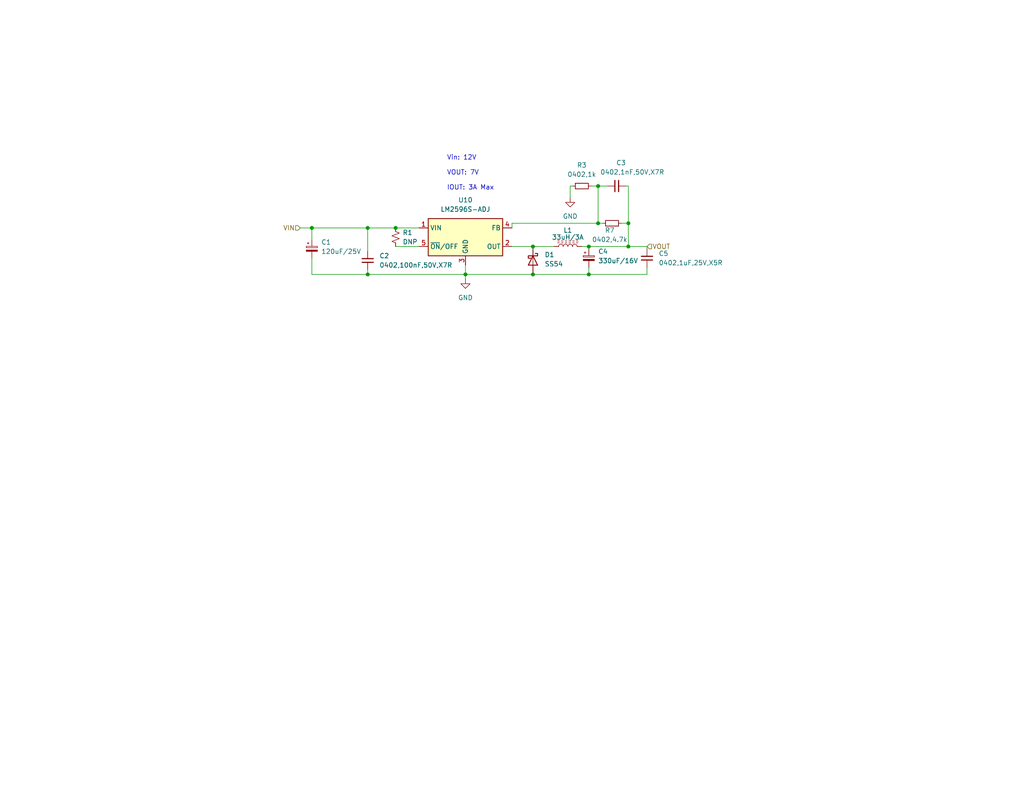
<source format=kicad_sch>
(kicad_sch (version 20211123) (generator eeschema)
  (paper "USLetter")
  (title_block (date "2023-02-08") (rev "A01"))
  (lib_symbols
    (symbol "Device:C_Polarized_Small" (pin_numbers hide) (pin_names (offset 0.254) hide)
      (property "Reference" "C" (at 0.254 1.778 0))
      (property "Value" "C_Polarized_Small" (at 0.254 -2.032 0))
      (symbol "C_Polarized_Small_0_1"
        (rectangle (start -1.524 -0.3048) (end 1.524 -0.6858) (fill (type outline)))
        (rectangle (start -1.524 0.6858) (end 1.524 0.3048))
        (polyline (pts (xy -1.27 1.524) (xy -0.762 1.524)))
        (polyline (pts (xy -1.016 1.27) (xy -1.016 1.778)))
      )
      (symbol "C_Polarized_Small_1_1"
        (pin passive line (at 0 2.54 270) (length 1.8542) (name "~") (number "1"))
        (pin passive line (at 0 -2.54 90) (length 1.8542) (name "~") (number "2"))
      )
    )
    (symbol "Device:D_Schottky" (pin_numbers hide) (pin_names (offset 1.016) hide)
      (property "Reference" "D" (at 0 2.54 0))
      (property "Value" "D_Schottky" (at 0 -2.54 0))
      (symbol "D_Schottky_0_1"
        (polyline (pts (xy 1.27 0) (xy -1.27 0)))
        (polyline (pts (xy 1.27 1.27) (xy 1.27 -1.27) (xy -1.27 0) (xy 1.27 1.27)) (stroke (width 0.254)))
        (polyline (pts (xy -1.905 0.635) (xy -1.905 1.27) (xy -1.27 1.27) (xy -1.27 -1.27) (xy -0.635 -1.27) (xy -0.635 -0.635)) (stroke (width 0.254)))
      )
      (symbol "D_Schottky_1_1"
        (pin passive line (at -3.81 0 0) (length 2.54) (name "K") (number "1"))
        (pin passive line (at 3.81 0 180) (length 2.54) (name "A") (number "2"))
      )
    )
    (symbol "Device:L_Ferrite" (pin_numbers hide) (pin_names (offset 1.016) hide)
      (property "Reference" "L" (at -1.27 0 90))
      (property "Value" "L_Ferrite" (at 2.794 0 90))
      (symbol "L_Ferrite_0_1"
        (arc (start 0 -2.54) (mid 0.635 -1.905) (end 0 -1.27))
        (arc (start 0 -1.27) (mid 0.635 -0.635) (end 0 0))
        (polyline (pts (xy 1.016 -2.794) (xy 1.016 -2.286)))
        (polyline (pts (xy 1.016 -1.778) (xy 1.016 -1.27)))
        (polyline (pts (xy 1.016 -0.762) (xy 1.016 -0.254)))
        (polyline (pts (xy 1.016 0.254) (xy 1.016 0.762)))
        (polyline (pts (xy 1.016 1.27) (xy 1.016 1.778)))
        (polyline (pts (xy 1.016 2.286) (xy 1.016 2.794)))
        (polyline (pts (xy 1.524 -2.286) (xy 1.524 -2.794)))
        (polyline (pts (xy 1.524 -1.27) (xy 1.524 -1.778)))
        (polyline (pts (xy 1.524 -0.254) (xy 1.524 -0.762)))
        (polyline (pts (xy 1.524 0.762) (xy 1.524 0.254)))
        (polyline (pts (xy 1.524 1.778) (xy 1.524 1.27)))
        (polyline (pts (xy 1.524 2.794) (xy 1.524 2.286)))
        (arc (start 0 0) (mid 0.635 0.635) (end 0 1.27))
        (arc (start 0 1.27) (mid 0.635 1.905) (end 0 2.54))
      )
      (symbol "L_Ferrite_1_1"
        (pin passive line (at 0 3.81 270) (length 1.27) (name "1") (number "1"))
        (pin passive line (at 0 -3.81 90) (length 1.27) (name "2") (number "2"))
      )
    )
    (symbol "Device:R_Small_US" (pin_numbers hide) (pin_names (offset 0.254) hide)
      (property "Reference" "R" (at 0.762 0.508 0))
      (property "Value" "R_Small_US" (at 0.762 -1.016 0))
      (symbol "R_Small_US_1_1"
        (polyline (pts (xy 0 0) (xy 1.016 -0.381) (xy 0 -0.762) (xy -1.016 -1.143) (xy 0 -1.524)))
        (polyline (pts (xy 0 1.524) (xy 1.016 1.143) (xy 0 0.762) (xy -1.016 0.381) (xy 0 0)))
        (pin passive line (at 0 2.54 270) (length 1.016) (name "~") (number "1"))
        (pin passive line (at 0 -2.54 90) (length 1.016) (name "~") (number "2"))
      )
    )
    (symbol "Regulator_Switching:LM2596S-ADJ"
      (property "Reference" "U" (at -10.16 6.35 0))
      (property "Value" "LM2596S-ADJ" (at 0 6.35 0))
      (symbol "LM2596S-ADJ_0_1"
        (rectangle (start -10.16 5.08) (end 10.16 -5.08) (stroke (width 0.254)) (fill (type background)))
      )
      (symbol "LM2596S-ADJ_1_1"
        (pin power_in line (at -12.7 2.54 0) (length 2.54) (name "VIN") (number "1"))
        (pin output line (at 12.7 -2.54 180) (length 2.54) (name "OUT") (number "2"))
        (pin power_in line (at 0 -7.62 90) (length 2.54) (name "GND") (number "3"))
        (pin input line (at 12.7 2.54 180) (length 2.54) (name "FB") (number "4"))
        (pin input line (at -12.7 -2.54 0) (length 2.54) (name "~{ON}/OFF") (number "5"))
      )
    )
    (symbol "jlcpcb-basic-capacitor:0402,100nF,50V,X7R "
      (property "Reference" "C" (at 1.71 0.508 0))
      (property "Value" "0402,100nF,50V,X7R " (at 1.71 -1.016 0))
      (symbol "0402,100nF,50V,X7R _0_0"
        (polyline (pts (xy -1.524 -0.508) (xy 1.524 -0.508)) (stroke (width 0.3048)))
        (polyline (pts (xy -1.524 0.508) (xy 1.524 0.508)) (stroke (width 0.3048)))
        (pin passive line (at 0 2.54 270) (length 2.032) (name "~") (number "1"))
        (pin passive line (at 0 -2.54 90) (length 2.032) (name "~") (number "2"))
      )
    )
    (symbol "jlcpcb-basic-capacitor:0402,1nF,50V,X7R "
      (property "Reference" "C" (at 1.71 0.508 0))
      (property "Value" "0402,1nF,50V,X7R " (at 1.71 -1.016 0))
      (symbol "0402,1nF,50V,X7R _0_0"
        (polyline (pts (xy -1.524 -0.508) (xy 1.524 -0.508)) (stroke (width 0.3048)))
        (polyline (pts (xy -1.524 0.508) (xy 1.524 0.508)) (stroke (width 0.3048)))
        (pin passive line (at 0 2.54 270) (length 2.032) (name "~") (number "1"))
        (pin passive line (at 0 -2.54 90) (length 2.032) (name "~") (number "2"))
      )
    )
    (symbol "jlcpcb-basic-capacitor:0402,1uF,25V,X5R "
      (property "Reference" "C" (at 1.71 0.508 0))
      (property "Value" "0402,1uF,25V,X5R " (at 1.71 -1.016 0))
      (symbol "0402,1uF,25V,X5R _0_0"
        (polyline (pts (xy -1.524 -0.508) (xy 1.524 -0.508)) (stroke (width 0.3048)))
        (polyline (pts (xy -1.524 0.508) (xy 1.524 0.508)) (stroke (width 0.3048)))
        (pin passive line (at 0 2.54 270) (length 2.032) (name "~") (number "1"))
        (pin passive line (at 0 -2.54 90) (length 2.032) (name "~") (number "2"))
      )
    )
    (symbol "jlcpcb-basic-resistor:0402,1k"
      (property "Reference" "R" (at 0.762 0.508 0))
      (property "Value" "0402,1k" (at 0.762 -1.016 0))
      (symbol "0402,1k_0_0"
        (rectangle (start -0.762 1.778) (end 0.762 -1.778) (stroke (width 0.2032)))
        (pin passive line (at 0 2.54 270) (length 0.762) (name "~") (number "1"))
        (pin passive line (at 0 -2.54 90) (length 0.762) (name "~") (number "2"))
      )
    )
    (symbol "jlcpcb-basic-resistor:0402,4.7k"
      (property "Reference" "R" (at 0.762 0.508 0))
      (property "Value" "0402,4.7k" (at 0.762 -1.016 0))
      (symbol "0402,4.7k_0_0"
        (rectangle (start -0.762 1.778) (end 0.762 -1.778) (stroke (width 0.2032)))
        (pin passive line (at 0 2.54 270) (length 0.762) (name "~") (number "1"))
        (pin passive line (at 0 -2.54 90) (length 0.762) (name "~") (number "2"))
      )
    )
    (symbol "power:GND" (power) (pin_names (offset 0))
      (property "Value" "GND" (at 0 -3.81 0))
      (symbol "GND_0_1"
        (polyline (pts (xy 0 0) (xy 0 -1.27) (xy 1.27 -1.27) (xy 0 -2.54) (xy -1.27 -1.27) (xy 0 -1.27)))
      )
      (symbol "GND_1_1"
        (pin power_in line (at 0 0 270) (length 0) hide (name "GND") (number "1"))
      )
    )
  )
  (junction (at 171.45 60.96))
  (junction (at 171.45 67.31))
  (junction (at 145.415 74.93))
  (junction (at 127 74.93))
  (junction (at 160.655 74.93))
  (junction (at 85.09 62.23))
  (junction (at 107.95 62.23))
  (junction (at 163.195 50.8))
  (junction (at 163.195 60.96))
  (junction (at 100.33 74.93))
  (junction (at 145.415 67.31))
  (junction (at 100.33 62.23))
  (junction (at 160.655 67.31))
  (wire (pts (xy 160.655 74.93) (xy 145.415 74.93)))
  (wire (pts (xy 160.655 73.025) (xy 160.655 74.93)))
  (wire (pts (xy 176.53 67.945) (xy 176.53 67.31)))
  (wire (pts (xy 100.33 73.66) (xy 100.33 74.93)))
  (wire (pts (xy 163.195 60.96) (xy 139.7 60.96)))
  (wire (pts (xy 171.45 60.96) (xy 171.45 67.31)))
  (wire (pts (xy 163.195 50.8) (xy 163.195 60.96)))
  (wire (pts (xy 160.655 67.945) (xy 160.655 67.31)))
  (wire (pts (xy 85.09 65.405) (xy 85.09 62.23)))
  (wire (pts (xy 85.09 70.485) (xy 85.09 74.93)))
  (wire (pts (xy 127 72.39) (xy 127 74.93)))
  (wire (pts (xy 145.415 67.31) (xy 139.7 67.31)))
  (wire (pts (xy 164.465 60.96) (xy 163.195 60.96)))
  (wire (pts (xy 161.29 50.8) (xy 163.195 50.8)))
  (wire (pts (xy 85.09 74.93) (xy 100.33 74.93)))
  (wire (pts (xy 145.415 74.93) (xy 127 74.93)))
  (wire (pts (xy 139.7 60.96) (xy 139.7 62.23)))
  (wire (pts (xy 156.21 50.8) (xy 155.575 50.8)))
  (wire (pts (xy 127 74.93) (xy 127 76.2)))
  (wire (pts (xy 163.195 50.8) (xy 165.735 50.8)))
  (wire (pts (xy 160.655 67.31) (xy 158.75 67.31)))
  (wire (pts (xy 85.09 62.23) (xy 100.33 62.23)))
  (wire (pts (xy 171.45 50.8) (xy 171.45 60.96)))
  (wire (pts (xy 100.33 74.93) (xy 127 74.93)))
  (wire (pts (xy 176.53 74.93) (xy 160.655 74.93)))
  (wire (pts (xy 107.95 67.31) (xy 114.3 67.31)))
  (wire (pts (xy 160.655 67.31) (xy 171.45 67.31)))
  (wire (pts (xy 100.33 62.23) (xy 100.33 68.58)))
  (wire (pts (xy 171.45 67.31) (xy 176.53 67.31)))
  (wire (pts (xy 151.13 67.31) (xy 145.415 67.31)))
  (wire (pts (xy 176.53 73.025) (xy 176.53 74.93)))
  (wire (pts (xy 100.33 62.23) (xy 107.95 62.23)))
  (wire (pts (xy 155.575 50.8) (xy 155.575 53.975)))
  (wire (pts (xy 170.815 50.8) (xy 171.45 50.8)))
  (wire (pts (xy 169.545 60.96) (xy 171.45 60.96)))
  (wire (pts (xy 81.915 62.23) (xy 85.09 62.23)))
  (wire (pts (xy 107.95 62.23) (xy 114.3 62.23)))
  (text "Vin: 12V \n\nVOUT: 7V\n\nIOUT: 3A Max" (at 121.92 52.07 0) (effects (font (size 1.27 1.27)) (justify left bottom)))
  (hierarchical_label "VOUT" (shape input) (at 176.53 67.31 0))
  (hierarchical_label "VIN" (shape input) (at 81.915 62.23 180))
  (symbol (lib_id "Regulator_Switching:LM2596S-ADJ") (at 127 64.77 0) (unit 1)
    (property "Reference" "U10" (at 127 54.6101 0))
    (property "Value" "LM2596S-ADJ" (at 127 57.1501 0))
    (property "Footprint" "Package_TO_SOT_SMD:TO-263-5_TabPin3" (effects hide))
    (property "Datasheet" "http://www.ti.com/lit/ds/symlink/lm2596.pdf" (effects hide))
    (property "Digikey" "4518-LM2596S-ADJCT-ND" (effects hide))
    (property "MFGPN" "LM2596S-ADJ" (effects hide))
  )
  (symbol (lib_id "Device:D_Schottky") (at 145.415 71.12 270) (unit 1)
    (property "Reference" "D1" (at 148.59 69.5324 90) (effects (justify left)))
    (property "Value" "SS54" (at 148.59 72.0724 90) (effects (justify left)))
    (property "Footprint" "Diode_SMD:D_SMA" (effects hide))
    (property "LCSC" "C22452" (effects hide))
  )
  (symbol (lib_id "Device:R_Small_US") (at 107.95 64.77 180) (unit 1)
    (property "Reference" "R1" (at 109.855 63.4999 0) (effects (justify right)))
    (property "Value" "DNP" (at 109.855 66.0399 0) (effects (justify right)))
    (property "Footprint" "Resistor_SMD:R_0402_1005Metric" (effects hide))
  )
  (symbol (lib_id "jlcpcb-basic-resistor:0402,1k") (at 158.75 50.8 90) (unit 1)
    (property "Reference" "R3" (at 158.75 45.085 90))
    (property "Value" "0402,1k" (at 158.75 47.625 90))
    (property "Footprint" "R_0402_1005Metric" (effects hide))
    (property "Datasheet" "https://datasheet.lcsc.com/lcsc/2110251730_UNI-ROYAL-Uniroyal-Elec-0402WGF1001TCE_C11702.pdf" (effects hide))
    (property "LCSC" "C11702" (effects hide))
    (property "MFG" "UNI-ROYAL(Uniroyal Elec)" (effects hide))
    (property "MFGPN" "0402WGF1001TCE" (effects hide))
  )
  (symbol (lib_id "power:GND") (at 155.575 53.975 0) (unit 1)
    (property "Reference" "#PWR0130" (effects hide))
    (property "Value" "GND" (at 155.575 59.055 0))
  )
  (symbol (lib_id "jlcpcb-basic-capacitor:0402,100nF,50V,X7R ") (at 100.33 71.12 0) (unit 1)
    (property "Reference" "C2" (at 103.505 69.8499 0) (effects (justify left)))
    (property "Value" "0402,100nF,50V,X7R " (at 103.505 72.3899 0) (effects (justify left)))
    (property "Footprint" "C_0402_1005Metric" (effects hide))
    (property "Datasheet" "https://datasheet.lcsc.com/lcsc/1810191222_Samsung-Electro-Mechanics-CL05B104KB54PNC_C307331.pdf" (effects hide))
    (property "LCSC" "C307331" (effects hide))
    (property "MFG" "Samsung Electro-Mechanics" (effects hide))
    (property "MFGPN" "CL05B104KB54PNC" (effects hide))
  )
  (symbol (lib_id "jlcpcb-basic-capacitor:0402,1nF,50V,X7R ") (at 168.275 50.8 90) (unit 1)
    (property "Reference" "C3" (at 170.815 44.45 90) (effects (justify left)))
    (property "Value" "0402,1nF,50V,X7R " (at 182.245 46.99 90) (effects (justify left)))
    (property "Footprint" "C_0402_1005Metric" (effects hide))
    (property "Datasheet" "https://datasheet.lcsc.com/lcsc/1809291524_FH-Guangdong-Fenghua-Advanced-Tech-0402B102K500NT_C1523.pdf" (effects hide))
    (property "LCSC" "C1523" (effects hide))
    (property "MFG" "FH(Guangdong Fenghua Advanced Tech)" (effects hide))
    (property "MFGPN" "0402B102K500NT" (effects hide))
  )
  (symbol (lib_id "Device:C_Polarized_Small") (at 85.09 67.945 0) (unit 1)
    (property "Reference" "C1" (at 87.63 66.1288 0) (effects (justify left)))
    (property "Value" "120uF/25V" (at 87.63 68.6688 0) (effects (justify left)))
    (property "Footprint" "Capacitor_THT:C_Radial_D6.3mm_H11.0mm_P2.50mm" (effects hide))
    (property "Digikey" "732-8632-1-ND" (effects hide))
    (property "MFGPN" "860010473009" (effects hide))
  )
  (symbol (lib_id "Device:C_Polarized_Small") (at 160.655 70.485 0) (unit 1)
    (property "Reference" "C4" (at 163.195 68.6688 0) (effects (justify left)))
    (property "Value" "330uF/16V" (at 163.195 71.2088 0) (effects (justify left)))
    (property "Footprint" "Capacitor_THT:C_Radial_D6.3mm_H11.0mm_P2.50mm" (effects hide))
    (property "Digikey" "732-8798-1-ND" (effects hide))
    (property "MFGPN" "860020373011" (effects hide))
  )
  (symbol (lib_id "power:GND") (at 127 76.2 0) (unit 1)
    (property "Reference" "#PWR0127" (effects hide))
    (property "Value" "GND" (at 127 81.28 0))
  )
  (symbol (lib_id "jlcpcb-basic-resistor:0402,4.7k") (at 167.005 60.96 90) (unit 1)
    (property "Reference" "R7" (at 166.37 62.865 90))
    (property "Value" "0402,4.7k" (at 166.37 65.405 90))
    (property "Footprint" "R_0402_1005Metric" (effects hide))
    (property "Datasheet" "https://datasheet.lcsc.com/lcsc/2110260030_UNI-ROYAL-Uniroyal-Elec-0402WGF4701TCE_C25900.pdf" (effects hide))
    (property "LCSC" "C25900" (effects hide))
    (property "MFG" "UNI-ROYAL(Uniroyal Elec)" (effects hide))
    (property "MFGPN" "0402WGF4701TCE" (effects hide))
  )
  (symbol (lib_id "jlcpcb-basic-capacitor:0402,1uF,25V,X5R ") (at 176.53 70.485 0) (unit 1)
    (property "Reference" "C5" (at 179.705 69.2149 0) (effects (justify left)))
    (property "Value" "0402,1uF,25V,X5R " (at 179.705 71.7549 0) (effects (justify left)))
    (property "Footprint" "C_0402_1005Metric" (effects hide))
    (property "Datasheet" "https://datasheet.lcsc.com/lcsc/1811091611_Samsung-Electro-Mechanics-CL05A105KA5NQNC_C52923.pdf" (effects hide))
    (property "LCSC" "C52923" (effects hide))
    (property "MFG" "Samsung Electro-Mechanics" (effects hide))
    (property "MFGPN" "CL05A105KA5NQNC" (effects hide))
  )
  (symbol (lib_id "Device:L_Ferrite") (at 154.94 67.31 90) (unit 1)
    (property "Reference" "L1" (at 154.94 62.865 90))
    (property "Value" "33uH/3A" (at 154.94 64.77 90))
    (property "Footprint" "Inductor_SMD:L_10.4x10.4_H4.8" (effects hide))
    (property "LCSC" "C225031" (effects hide))
  )
)
</source>
